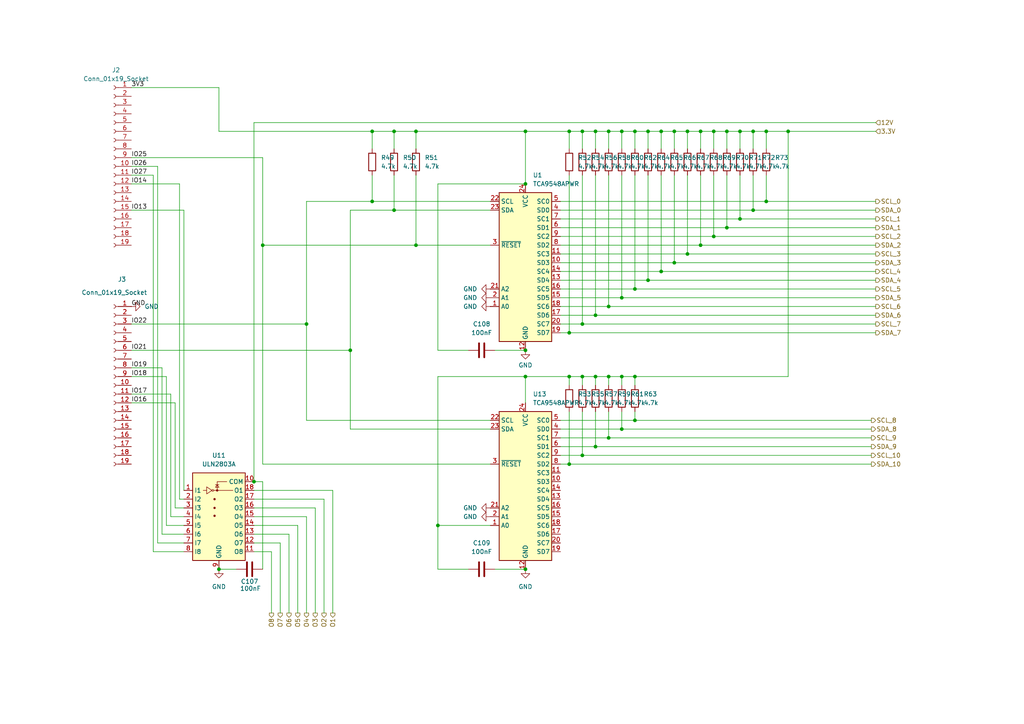
<source format=kicad_sch>
(kicad_sch (version 20250114) (generator "eeschema") (generator_version "9.0")
  (paper "A4")
  (lib_symbols
    (symbol "Connector:Conn_01x19_Socket" (pin_names (offset 1.016) (hide yes))
      (property "Reference" "J" (at 0 25.4 0))
      (property "Value" "Conn_01x19_Socket" (at 0 -25.4 0))
      (symbol "Conn_01x19_Socket_1_1"
        (polyline (pts (xy -1.27 22.86) (xy -0.508 22.86)) (stroke (width 0.1524)))
        (polyline (pts (xy -1.27 20.32) (xy -0.508 20.32)) (stroke (width 0.1524)))
        (polyline (pts (xy -1.27 17.78) (xy -0.508 17.78)) (stroke (width 0.1524)))
        (polyline (pts (xy -1.27 15.24) (xy -0.508 15.24)) (stroke (width 0.1524)))
        (polyline (pts (xy -1.27 12.7) (xy -0.508 12.7)) (stroke (width 0.1524)))
        (polyline (pts (xy -1.27 10.16) (xy -0.508 10.16)) (stroke (width 0.1524)))
        (polyline (pts (xy -1.27 7.62) (xy -0.508 7.62)) (stroke (width 0.1524)))
        (polyline (pts (xy -1.27 5.08) (xy -0.508 5.08)) (stroke (width 0.1524)))
        (polyline (pts (xy -1.27 2.54) (xy -0.508 2.54)) (stroke (width 0.1524)))
        (polyline (pts (xy -1.27 0) (xy -0.508 0)) (stroke (width 0.1524)))
        (polyline (pts (xy -1.27 -2.54) (xy -0.508 -2.54)) (stroke (width 0.1524)))
        (polyline (pts (xy -1.27 -5.08) (xy -0.508 -5.08)) (stroke (width 0.1524)))
        (polyline (pts (xy -1.27 -7.62) (xy -0.508 -7.62)) (stroke (width 0.1524)))
        (polyline (pts (xy -1.27 -10.16) (xy -0.508 -10.16)) (stroke (width 0.1524)))
        (polyline (pts (xy -1.27 -12.7) (xy -0.508 -12.7)) (stroke (width 0.1524)))
        (polyline (pts (xy -1.27 -15.24) (xy -0.508 -15.24)) (stroke (width 0.1524)))
        (polyline (pts (xy -1.27 -17.78) (xy -0.508 -17.78)) (stroke (width 0.1524)))
        (polyline (pts (xy -1.27 -20.32) (xy -0.508 -20.32)) (stroke (width 0.1524)))
        (polyline (pts (xy -1.27 -22.86) (xy -0.508 -22.86)) (stroke (width 0.1524)))
        (arc (start 0 22.352) (mid -0.5058 22.86) (end 0 23.368) (stroke (width 0.1524)))
        (arc (start 0 19.812) (mid -0.5058 20.32) (end 0 20.828) (stroke (width 0.1524)))
        (arc (start 0 17.272) (mid -0.5058 17.78) (end 0 18.288) (stroke (width 0.1524)))
        (arc (start 0 14.732) (mid -0.5058 15.24) (end 0 15.748) (stroke (width 0.1524)))
        (arc (start 0 12.192) (mid -0.5058 12.7) (end 0 13.208) (stroke (width 0.1524)))
        (arc (start 0 9.652) (mid -0.5058 10.16) (end 0 10.668) (stroke (width 0.1524)))
        (arc (start 0 7.112) (mid -0.5058 7.62) (end 0 8.128) (stroke (width 0.1524)))
        (arc (start 0 4.572) (mid -0.5058 5.08) (end 0 5.588) (stroke (width 0.1524)))
        (arc (start 0 2.032) (mid -0.5058 2.54) (end 0 3.048) (stroke (width 0.1524)))
        (arc (start 0 -0.508) (mid -0.5058 0) (end 0 0.508) (stroke (width 0.1524)))
        (arc (start 0 -3.048) (mid -0.5058 -2.54) (end 0 -2.032) (stroke (width 0.1524)))
        (arc (start 0 -5.588) (mid -0.5058 -5.08) (end 0 -4.572) (stroke (width 0.1524)))
        (arc (start 0 -8.128) (mid -0.5058 -7.62) (end 0 -7.112) (stroke (width 0.1524)))
        (arc (start 0 -10.668) (mid -0.5058 -10.16) (end 0 -9.652) (stroke (width 0.1524)))
        (arc (start 0 -13.208) (mid -0.5058 -12.7) (end 0 -12.192) (stroke (width 0.1524)))
        (arc (start 0 -15.748) (mid -0.5058 -15.24) (end 0 -14.732) (stroke (width 0.1524)))
        (arc (start 0 -18.288) (mid -0.5058 -17.78) (end 0 -17.272) (stroke (width 0.1524)))
        (arc (start 0 -20.828) (mid -0.5058 -20.32) (end 0 -19.812) (stroke (width 0.1524)))
        (arc (start 0 -23.368) (mid -0.5058 -22.86) (end 0 -22.352) (stroke (width 0.1524)))
        (pin passive line (at -5.08 22.86 0) (length 3.81) (name "Pin_1") (number "1"))
        (pin passive line (at -5.08 20.32 0) (length 3.81) (name "Pin_2") (number "2"))
        (pin passive line (at -5.08 17.78 0) (length 3.81) (name "Pin_3") (number "3"))
        (pin passive line (at -5.08 15.24 0) (length 3.81) (name "Pin_4") (number "4"))
        (pin passive line (at -5.08 12.7 0) (length 3.81) (name "Pin_5") (number "5"))
        (pin passive line (at -5.08 10.16 0) (length 3.81) (name "Pin_6") (number "6"))
        (pin passive line (at -5.08 7.62 0) (length 3.81) (name "Pin_7") (number "7"))
        (pin passive line (at -5.08 5.08 0) (length 3.81) (name "Pin_8") (number "8"))
        (pin passive line (at -5.08 2.54 0) (length 3.81) (name "Pin_9") (number "9"))
        (pin passive line (at -5.08 0 0) (length 3.81) (name "Pin_10") (number "10"))
        (pin passive line (at -5.08 -2.54 0) (length 3.81) (name "Pin_11") (number "11"))
        (pin passive line (at -5.08 -5.08 0) (length 3.81) (name "Pin_12") (number "12"))
        (pin passive line (at -5.08 -7.62 0) (length 3.81) (name "Pin_13") (number "13"))
        (pin passive line (at -5.08 -10.16 0) (length 3.81) (name "Pin_14") (number "14"))
        (pin passive line (at -5.08 -12.7 0) (length 3.81) (name "Pin_15") (number "15"))
        (pin passive line (at -5.08 -15.24 0) (length 3.81) (name "Pin_16") (number "16"))
        (pin passive line (at -5.08 -17.78 0) (length 3.81) (name "Pin_17") (number "17"))
        (pin passive line (at -5.08 -20.32 0) (length 3.81) (name "Pin_18") (number "18"))
        (pin passive line (at -5.08 -22.86 0) (length 3.81) (name "Pin_19") (number "19"))
      )
    )
    (symbol "Device:C" (pin_numbers (hide yes)) (pin_names (offset 0.254))
      (property "Reference" "C" (at 0.635 2.54 0))
      (property "Value" "C" (at 0.635 -2.54 0))
      (symbol "C_0_1"
        (polyline (pts (xy -2.032 0.762) (xy 2.032 0.762)) (stroke (width 0.508)))
        (polyline (pts (xy -2.032 -0.762) (xy 2.032 -0.762)) (stroke (width 0.508)))
      )
      (symbol "C_1_1"
        (pin passive line (at 0 3.81 270) (length 2.794) (name "~") (number "1"))
        (pin passive line (at 0 -3.81 90) (length 2.794) (name "~") (number "2"))
      )
    )
    (symbol "Device:R" (pin_numbers (hide yes)) (pin_names (offset 0))
      (property "Reference" "R" (at 2.032 0 90))
      (property "Value" "R" (at 0 0 90))
      (symbol "R_0_1"
        (rectangle (start -1.016 -2.54) (end 1.016 2.54) (stroke (width 0.254)))
      )
      (symbol "R_1_1"
        (pin passive line (at 0 3.81 270) (length 1.27) (name "~") (number "1"))
        (pin passive line (at 0 -3.81 90) (length 1.27) (name "~") (number "2"))
      )
    )
    (symbol "Interface_Expansion:TCA9548APWR"
      (property "Reference" "U" (at -7.62 21.59 0))
      (property "Value" "TCA9548APWR" (at 1.016 21.59 0))
      (symbol "TCA9548APWR_0_1"
        (rectangle (start -7.62 20.32) (end 7.62 -22.86) (stroke (width 0.254)) (fill (type background)))
      )
      (symbol "TCA9548APWR_1_1"
        (pin input line (at -10.16 17.78 0) (length 2.54) (name "SCL") (number "22"))
        (pin bidirectional line (at -10.16 15.24 0) (length 2.54) (name "SDA") (number "23"))
        (pin input line (at -10.16 5.08 0) (length 2.54) (name "~{RESET}") (number "3"))
        (pin input line (at -10.16 -7.62 0) (length 2.54) (name "A2") (number "21"))
        (pin input line (at -10.16 -10.16 0) (length 2.54) (name "A1") (number "2"))
        (pin input line (at -10.16 -12.7 0) (length 2.54) (name "A0") (number "1"))
        (pin power_in line (at 0 22.86 270) (length 2.54) (name "VCC") (number "24"))
        (pin power_in line (at 0 -25.4 90) (length 2.54) (name "GND") (number "12"))
        (pin output line (at 10.16 17.78 180) (length 2.54) (name "SC0") (number "5"))
        (pin bidirectional line (at 10.16 15.24 180) (length 2.54) (name "SD0") (number "4"))
        (pin output line (at 10.16 12.7 180) (length 2.54) (name "SC1") (number "7"))
        (pin bidirectional line (at 10.16 10.16 180) (length 2.54) (name "SD1") (number "6"))
        (pin output line (at 10.16 7.62 180) (length 2.54) (name "SC2") (number "9"))
        (pin bidirectional line (at 10.16 5.08 180) (length 2.54) (name "SD2") (number "8"))
        (pin output line (at 10.16 2.54 180) (length 2.54) (name "SC3") (number "11"))
        (pin bidirectional line (at 10.16 0 180) (length 2.54) (name "SD3") (number "10"))
        (pin output line (at 10.16 -2.54 180) (length 2.54) (name "SC4") (number "14"))
        (pin bidirectional line (at 10.16 -5.08 180) (length 2.54) (name "SD4") (number "13"))
        (pin output line (at 10.16 -7.62 180) (length 2.54) (name "SC5") (number "16"))
        (pin bidirectional line (at 10.16 -10.16 180) (length 2.54) (name "SD5") (number "15"))
        (pin output line (at 10.16 -12.7 180) (length 2.54) (name "SC6") (number "18"))
        (pin bidirectional line (at 10.16 -15.24 180) (length 2.54) (name "SD6") (number "17"))
        (pin output line (at 10.16 -17.78 180) (length 2.54) (name "SC7") (number "20"))
        (pin bidirectional line (at 10.16 -20.32 180) (length 2.54) (name "SD7") (number "19"))
      )
    )
    (symbol "Transistor_Array:ULN2803A"
      (property "Reference" "U" (at 0 13.335 0))
      (property "Value" "ULN2803A" (at 0 11.43 0))
      (symbol "ULN2803A_0_1"
        (rectangle (start -7.62 -15.24) (end 7.62 10.16) (stroke (width 0.254)) (fill (type background)))
        (polyline (pts (xy -4.572 5.08) (xy -3.556 5.08)))
        (polyline (pts (xy -3.556 6.096) (xy -3.556 4.064) (xy -2.032 5.08) (xy -3.556 6.096)))
        (circle (center -1.778 5.08) (radius 0.254))
        (polyline (pts (xy -1.524 5.08) (xy 4.064 5.08)))
        (circle (center -1.27 2.54) (radius 0.254) (fill (type outline)))
        (circle (center -1.27 0) (radius 0.254) (fill (type outline)))
        (circle (center -1.27 -2.286) (radius 0.254) (fill (type outline)))
        (circle (center -0.508 5.08) (radius 0.254) (fill (type outline)))
        (polyline (pts (xy -0.508 5.08) (xy -0.508 7.62) (xy 2.286 7.62)))
        (polyline (pts (xy 0 6.731) (xy -1.016 6.731)))
        (polyline (pts (xy 0 5.969) (xy -1.016 5.969) (xy -0.508 6.731) (xy 0 5.969)))
      )
      (symbol "ULN2803A_1_1"
        (pin input line (at -10.16 5.08 0) (length 2.54) (name "I1") (number "1"))
        (pin input line (at -10.16 2.54 0) (length 2.54) (name "I2") (number "2"))
        (pin input line (at -10.16 0 0) (length 2.54) (name "I3") (number "3"))
        (pin input line (at -10.16 -2.54 0) (length 2.54) (name "I4") (number "4"))
        (pin input line (at -10.16 -5.08 0) (length 2.54) (name "I5") (number "5"))
        (pin input line (at -10.16 -7.62 0) (length 2.54) (name "I6") (number "6"))
        (pin input line (at -10.16 -10.16 0) (length 2.54) (name "I7") (number "7"))
        (pin input line (at -10.16 -12.7 0) (length 2.54) (name "I8") (number "8"))
        (pin power_in line (at 0 -17.78 90) (length 2.54) (name "GND") (number "9"))
        (pin passive line (at 10.16 7.62 180) (length 2.54) (name "COM") (number "10"))
        (pin open_collector line (at 10.16 5.08 180) (length 2.54) (name "O1") (number "18"))
        (pin open_collector line (at 10.16 2.54 180) (length 2.54) (name "O2") (number "17"))
        (pin open_collector line (at 10.16 0 180) (length 2.54) (name "O3") (number "16"))
        (pin open_collector line (at 10.16 -2.54 180) (length 2.54) (name "O4") (number "15"))
        (pin open_collector line (at 10.16 -5.08 180) (length 2.54) (name "O5") (number "14"))
        (pin open_collector line (at 10.16 -7.62 180) (length 2.54) (name "O6") (number "13"))
        (pin open_collector line (at 10.16 -10.16 180) (length 2.54) (name "O7") (number "12"))
        (pin open_collector line (at 10.16 -12.7 180) (length 2.54) (name "O8") (number "11"))
      )
    )
    (symbol "power:GND" (power) (pin_numbers (hide yes)) (pin_names (offset 0) (hide yes))
      (property "Value" "GND" (at 0 -3.81 0))
      (symbol "GND_0_1"
        (polyline (pts (xy 0 0) (xy 0 -1.27) (xy 1.27 -1.27) (xy 0 -2.54) (xy -1.27 -1.27) (xy 0 -1.27)))
      )
      (symbol "GND_1_1"
        (pin power_in line (at 0 0 270) (length 0) (name "~") (number "1"))
      )
    )
  )
  (junction (at 184.15 121.92))
  (junction (at 218.44 38.1))
  (junction (at 165.1 96.52))
  (junction (at 114.3 38.1))
  (junction (at 191.77 38.1))
  (junction (at 180.34 86.36))
  (junction (at 187.96 38.1))
  (junction (at 63.5 165.1))
  (junction (at 107.95 38.1))
  (junction (at 176.53 109.22))
  (junction (at 168.91 93.98))
  (junction (at 165.1 134.62))
  (junction (at 152.4 109.22))
  (junction (at 207.01 38.1))
  (junction (at 176.53 38.1))
  (junction (at 107.95 58.42))
  (junction (at 203.2 71.12))
  (junction (at 168.91 132.08))
  (junction (at 152.4 101.6))
  (junction (at 172.72 109.22))
  (junction (at 195.58 38.1))
  (junction (at 168.91 38.1))
  (junction (at 120.65 38.1))
  (junction (at 152.4 53.34))
  (junction (at 176.53 88.9))
  (junction (at 127 152.4))
  (junction (at 199.39 38.1))
  (junction (at 101.6 101.6))
  (junction (at 214.63 38.1))
  (junction (at 165.1 38.1))
  (junction (at 120.65 71.12))
  (junction (at 228.6 38.1))
  (junction (at 184.15 83.82))
  (junction (at 165.1 109.22))
  (junction (at 191.77 78.74))
  (junction (at 207.01 68.58))
  (junction (at 172.72 38.1))
  (junction (at 210.82 66.04))
  (junction (at 222.25 58.42))
  (junction (at 180.34 109.22))
  (junction (at 73.66 139.7))
  (junction (at 187.96 81.28))
  (junction (at 195.58 76.2))
  (junction (at 180.34 38.1))
  (junction (at 76.2 71.12))
  (junction (at 168.91 109.22))
  (junction (at 172.72 129.54))
  (junction (at 180.34 124.46))
  (junction (at 218.44 60.96))
  (junction (at 152.4 38.1))
  (junction (at 184.15 109.22))
  (junction (at 199.39 73.66))
  (junction (at 172.72 91.44))
  (junction (at 210.82 38.1))
  (junction (at 214.63 63.5))
  (junction (at 203.2 38.1))
  (junction (at 222.25 38.1))
  (junction (at 114.3 60.96))
  (junction (at 176.53 127))
  (junction (at 152.4 165.1))
  (junction (at 184.15 38.1))
  (junction (at 88.9 93.98))
  (wire (pts (xy 46.99 154.94) (xy 53.34 154.94)))
  (wire (pts (xy 176.53 127) (xy 252.73 127)))
  (wire (pts (xy 162.56 73.66) (xy 199.39 73.66)))
  (wire (pts (xy 228.6 38.1) (xy 228.6 109.22)))
  (wire (pts (xy 152.4 109.22) (xy 165.1 109.22)))
  (wire (pts (xy 199.39 73.66) (xy 254 73.66)))
  (wire (pts (xy 86.36 152.4) (xy 86.36 177.8)))
  (wire (pts (xy 172.72 50.8) (xy 172.72 91.44)))
  (wire (pts (xy 88.9 121.92) (xy 142.24 121.92)))
  (wire (pts (xy 168.91 109.22) (xy 168.91 111.76)))
  (wire (pts (xy 168.91 119.38) (xy 168.91 132.08)))
  (wire (pts (xy 176.53 119.38) (xy 176.53 127)))
  (wire (pts (xy 73.66 149.86) (xy 88.9 149.86)))
  (wire (pts (xy 50.8 147.32) (xy 53.34 147.32)))
  (wire (pts (xy 63.5 38.1) (xy 63.5 25.4)))
  (wire (pts (xy 83.82 154.94) (xy 83.82 177.8)))
  (wire (pts (xy 176.53 88.9) (xy 254 88.9)))
  (wire (pts (xy 101.6 60.96) (xy 101.6 101.6)))
  (wire (pts (xy 45.72 48.26) (xy 45.72 157.48)))
  (wire (pts (xy 48.26 152.4) (xy 53.34 152.4)))
  (wire (pts (xy 195.58 38.1) (xy 199.39 38.1)))
  (wire (pts (xy 165.1 119.38) (xy 165.1 134.62)))
  (wire (pts (xy 114.3 50.8) (xy 114.3 60.96)))
  (wire (pts (xy 48.26 109.22) (xy 48.26 152.4)))
  (wire (pts (xy 73.66 160.02) (xy 78.74 160.02)))
  (wire (pts (xy 73.66 139.7) (xy 73.66 35.56)))
  (wire (pts (xy 203.2 50.8) (xy 203.2 71.12)))
  (wire (pts (xy 180.34 38.1) (xy 184.15 38.1)))
  (wire (pts (xy 135.89 101.6) (xy 127 101.6)))
  (wire (pts (xy 172.72 91.44) (xy 254 91.44)))
  (wire (pts (xy 184.15 109.22) (xy 184.15 111.76)))
  (wire (pts (xy 172.72 38.1) (xy 176.53 38.1)))
  (wire (pts (xy 195.58 38.1) (xy 195.58 43.18)))
  (wire (pts (xy 107.95 58.42) (xy 142.24 58.42)))
  (wire (pts (xy 165.1 38.1) (xy 168.91 38.1)))
  (wire (pts (xy 199.39 43.18) (xy 199.39 38.1)))
  (wire (pts (xy 88.9 93.98) (xy 88.9 58.42)))
  (wire (pts (xy 218.44 38.1) (xy 218.44 43.18)))
  (wire (pts (xy 127 165.1) (xy 127 152.4)))
  (wire (pts (xy 107.95 38.1) (xy 114.3 38.1)))
  (wire (pts (xy 162.56 76.2) (xy 195.58 76.2)))
  (wire (pts (xy 168.91 109.22) (xy 172.72 109.22)))
  (wire (pts (xy 88.9 121.92) (xy 88.9 93.98)))
  (wire (pts (xy 162.56 132.08) (xy 168.91 132.08)))
  (wire (pts (xy 165.1 134.62) (xy 252.73 134.62)))
  (wire (pts (xy 184.15 83.82) (xy 254 83.82)))
  (wire (pts (xy 93.98 144.78) (xy 93.98 177.8)))
  (wire (pts (xy 107.95 38.1) (xy 107.95 43.18)))
  (wire (pts (xy 162.56 91.44) (xy 172.72 91.44)))
  (wire (pts (xy 210.82 38.1) (xy 214.63 38.1)))
  (wire (pts (xy 176.53 50.8) (xy 176.53 88.9)))
  (wire (pts (xy 195.58 50.8) (xy 195.58 76.2)))
  (wire (pts (xy 168.91 50.8) (xy 168.91 93.98)))
  (wire (pts (xy 184.15 50.8) (xy 184.15 83.82)))
  (wire (pts (xy 184.15 121.92) (xy 252.73 121.92)))
  (wire (pts (xy 88.9 58.42) (xy 107.95 58.42)))
  (wire (pts (xy 152.4 109.22) (xy 152.4 116.84)))
  (wire (pts (xy 73.66 157.48) (xy 81.28 157.48)))
  (wire (pts (xy 222.25 38.1) (xy 228.6 38.1)))
  (wire (pts (xy 120.65 50.8) (xy 120.65 71.12)))
  (wire (pts (xy 63.5 165.1) (xy 68.58 165.1)))
  (wire (pts (xy 210.82 50.8) (xy 210.82 66.04)))
  (wire (pts (xy 162.56 129.54) (xy 172.72 129.54)))
  (wire (pts (xy 207.01 38.1) (xy 210.82 38.1)))
  (wire (pts (xy 162.56 83.82) (xy 184.15 83.82)))
  (wire (pts (xy 168.91 132.08) (xy 252.73 132.08)))
  (wire (pts (xy 91.44 147.32) (xy 91.44 177.8)))
  (wire (pts (xy 96.52 142.24) (xy 96.52 177.8)))
  (wire (pts (xy 187.96 81.28) (xy 254 81.28)))
  (wire (pts (xy 168.91 43.18) (xy 168.91 38.1)))
  (wire (pts (xy 50.8 116.84) (xy 50.8 147.32)))
  (wire (pts (xy 88.9 149.86) (xy 88.9 177.8)))
  (wire (pts (xy 44.45 50.8) (xy 44.45 160.02)))
  (wire (pts (xy 172.72 109.22) (xy 176.53 109.22)))
  (wire (pts (xy 162.56 127) (xy 176.53 127)))
  (wire (pts (xy 214.63 50.8) (xy 214.63 63.5)))
  (wire (pts (xy 38.1 116.84) (xy 50.8 116.84)))
  (wire (pts (xy 73.66 154.94) (xy 83.82 154.94)))
  (wire (pts (xy 63.5 38.1) (xy 107.95 38.1)))
  (wire (pts (xy 203.2 38.1) (xy 207.01 38.1)))
  (wire (pts (xy 101.6 124.46) (xy 101.6 101.6)))
  (wire (pts (xy 218.44 38.1) (xy 222.25 38.1)))
  (wire (pts (xy 38.1 106.68) (xy 46.99 106.68)))
  (wire (pts (xy 38.1 93.98) (xy 88.9 93.98)))
  (wire (pts (xy 162.56 121.92) (xy 184.15 121.92)))
  (wire (pts (xy 53.34 60.96) (xy 53.34 142.24)))
  (wire (pts (xy 162.56 81.28) (xy 187.96 81.28)))
  (wire (pts (xy 184.15 119.38) (xy 184.15 121.92)))
  (wire (pts (xy 120.65 38.1) (xy 120.65 43.18)))
  (wire (pts (xy 38.1 101.6) (xy 101.6 101.6)))
  (wire (pts (xy 176.53 109.22) (xy 180.34 109.22)))
  (wire (pts (xy 187.96 38.1) (xy 191.77 38.1)))
  (wire (pts (xy 168.91 38.1) (xy 172.72 38.1)))
  (wire (pts (xy 143.51 101.6) (xy 152.4 101.6)))
  (wire (pts (xy 45.72 157.48) (xy 53.34 157.48)))
  (wire (pts (xy 162.56 66.04) (xy 210.82 66.04)))
  (wire (pts (xy 44.45 160.02) (xy 53.34 160.02)))
  (wire (pts (xy 135.89 165.1) (xy 127 165.1)))
  (wire (pts (xy 214.63 63.5) (xy 254 63.5)))
  (wire (pts (xy 78.74 160.02) (xy 78.74 177.8)))
  (wire (pts (xy 38.1 114.3) (xy 49.53 114.3)))
  (wire (pts (xy 127 152.4) (xy 142.24 152.4)))
  (wire (pts (xy 184.15 109.22) (xy 228.6 109.22)))
  (wire (pts (xy 76.2 71.12) (xy 120.65 71.12)))
  (wire (pts (xy 76.2 134.62) (xy 142.24 134.62)))
  (wire (pts (xy 162.56 58.42) (xy 222.25 58.42)))
  (wire (pts (xy 81.28 157.48) (xy 81.28 177.8)))
  (wire (pts (xy 165.1 38.1) (xy 165.1 43.18)))
  (wire (pts (xy 162.56 96.52) (xy 165.1 96.52)))
  (wire (pts (xy 120.65 71.12) (xy 142.24 71.12)))
  (wire (pts (xy 207.01 68.58) (xy 254 68.58)))
  (wire (pts (xy 222.25 43.18) (xy 222.25 38.1)))
  (wire (pts (xy 176.53 109.22) (xy 176.53 111.76)))
  (wire (pts (xy 168.91 93.98) (xy 254 93.98)))
  (wire (pts (xy 162.56 78.74) (xy 191.77 78.74)))
  (wire (pts (xy 176.53 43.18) (xy 176.53 38.1)))
  (wire (pts (xy 162.56 93.98) (xy 168.91 93.98)))
  (wire (pts (xy 214.63 38.1) (xy 218.44 38.1)))
  (wire (pts (xy 73.66 142.24) (xy 96.52 142.24)))
  (wire (pts (xy 199.39 50.8) (xy 199.39 73.66)))
  (wire (pts (xy 49.53 114.3) (xy 49.53 149.86)))
  (wire (pts (xy 162.56 63.5) (xy 214.63 63.5)))
  (wire (pts (xy 180.34 50.8) (xy 180.34 86.36)))
  (wire (pts (xy 218.44 50.8) (xy 218.44 60.96)))
  (wire (pts (xy 222.25 58.42) (xy 222.25 50.8)))
  (wire (pts (xy 49.53 149.86) (xy 53.34 149.86)))
  (wire (pts (xy 46.99 106.68) (xy 46.99 154.94)))
  (wire (pts (xy 107.95 50.8) (xy 107.95 58.42)))
  (wire (pts (xy 76.2 71.12) (xy 76.2 134.62)))
  (wire (pts (xy 127 101.6) (xy 127 53.34)))
  (wire (pts (xy 38.1 53.34) (xy 52.07 53.34)))
  (wire (pts (xy 152.4 38.1) (xy 152.4 53.34)))
  (wire (pts (xy 228.6 38.1) (xy 254 38.1)))
  (wire (pts (xy 165.1 109.22) (xy 168.91 109.22)))
  (wire (pts (xy 63.5 25.4) (xy 38.1 25.4)))
  (wire (pts (xy 165.1 96.52) (xy 254 96.52)))
  (wire (pts (xy 172.72 109.22) (xy 172.72 111.76)))
  (wire (pts (xy 165.1 50.8) (xy 165.1 96.52)))
  (wire (pts (xy 52.07 53.34) (xy 52.07 144.78)))
  (wire (pts (xy 162.56 68.58) (xy 207.01 68.58)))
  (wire (pts (xy 210.82 66.04) (xy 254 66.04)))
  (wire (pts (xy 162.56 86.36) (xy 180.34 86.36)))
  (wire (pts (xy 187.96 43.18) (xy 187.96 38.1)))
  (wire (pts (xy 191.77 38.1) (xy 195.58 38.1)))
  (wire (pts (xy 199.39 38.1) (xy 203.2 38.1)))
  (wire (pts (xy 114.3 38.1) (xy 114.3 43.18)))
  (wire (pts (xy 162.56 60.96) (xy 218.44 60.96)))
  (wire (pts (xy 222.25 58.42) (xy 254 58.42)))
  (wire (pts (xy 165.1 109.22) (xy 165.1 111.76)))
  (wire (pts (xy 73.66 144.78) (xy 93.98 144.78)))
  (wire (pts (xy 191.77 78.74) (xy 254 78.74)))
  (wire (pts (xy 38.1 109.22) (xy 48.26 109.22)))
  (wire (pts (xy 172.72 129.54) (xy 252.73 129.54)))
  (wire (pts (xy 180.34 124.46) (xy 252.73 124.46)))
  (wire (pts (xy 195.58 76.2) (xy 254 76.2)))
  (wire (pts (xy 73.66 152.4) (xy 86.36 152.4)))
  (wire (pts (xy 180.34 119.38) (xy 180.34 124.46)))
  (wire (pts (xy 184.15 43.18) (xy 184.15 38.1)))
  (wire (pts (xy 210.82 38.1) (xy 210.82 43.18)))
  (wire (pts (xy 127 109.22) (xy 152.4 109.22)))
  (wire (pts (xy 191.77 43.18) (xy 191.77 38.1)))
  (wire (pts (xy 184.15 38.1) (xy 187.96 38.1)))
  (wire (pts (xy 162.56 88.9) (xy 176.53 88.9)))
  (wire (pts (xy 152.4 38.1) (xy 165.1 38.1)))
  (wire (pts (xy 52.07 144.78) (xy 53.34 144.78)))
  (wire (pts (xy 180.34 109.22) (xy 180.34 111.76)))
  (wire (pts (xy 143.51 165.1) (xy 152.4 165.1)))
  (wire (pts (xy 162.56 71.12) (xy 203.2 71.12)))
  (wire (pts (xy 38.1 60.96) (xy 53.34 60.96)))
  (wire (pts (xy 114.3 60.96) (xy 142.24 60.96)))
  (wire (pts (xy 101.6 60.96) (xy 114.3 60.96)))
  (wire (pts (xy 162.56 134.62) (xy 165.1 134.62)))
  (wire (pts (xy 76.2 139.7) (xy 73.66 139.7)))
  (wire (pts (xy 180.34 38.1) (xy 180.34 43.18)))
  (wire (pts (xy 176.53 38.1) (xy 180.34 38.1)))
  (wire (pts (xy 172.72 119.38) (xy 172.72 129.54)))
  (wire (pts (xy 127 109.22) (xy 127 152.4)))
  (wire (pts (xy 172.72 38.1) (xy 172.72 43.18)))
  (wire (pts (xy 73.66 35.56) (xy 254 35.56)))
  (wire (pts (xy 162.56 124.46) (xy 180.34 124.46)))
  (wire (pts (xy 76.2 71.12) (xy 76.2 45.72)))
  (wire (pts (xy 180.34 109.22) (xy 184.15 109.22)))
  (wire (pts (xy 214.63 43.18) (xy 214.63 38.1)))
  (wire (pts (xy 180.34 86.36) (xy 254 86.36)))
  (wire (pts (xy 207.01 50.8) (xy 207.01 68.58)))
  (wire (pts (xy 203.2 71.12) (xy 254 71.12)))
  (wire (pts (xy 76.2 45.72) (xy 38.1 45.72)))
  (wire (pts (xy 127 53.34) (xy 152.4 53.34)))
  (wire (pts (xy 207.01 43.18) (xy 207.01 38.1)))
  (wire (pts (xy 76.2 165.1) (xy 76.2 139.7)))
  (wire (pts (xy 73.66 147.32) (xy 91.44 147.32)))
  (wire (pts (xy 191.77 50.8) (xy 191.77 78.74)))
  (wire (pts (xy 218.44 60.96) (xy 254 60.96)))
  (wire (pts (xy 114.3 38.1) (xy 120.65 38.1)))
  (wire (pts (xy 120.65 38.1) (xy 152.4 38.1)))
  (wire (pts (xy 187.96 50.8) (xy 187.96 81.28)))
  (wire (pts (xy 101.6 124.46) (xy 142.24 124.46)))
  (wire (pts (xy 38.1 50.8) (xy 44.45 50.8)))
  (wire (pts (xy 203.2 38.1) (xy 203.2 43.18)))
  (wire (pts (xy 38.1 48.26) (xy 45.72 48.26)))
  (label "IO14" (at 38.1 53.34 0))
  (label "IO27" (at 38.1 50.8 0))
  (label "IO13" (at 38.1 60.96 0))
  (label "IO26" (at 38.1 48.26 0))
  (label "IO17" (at 38.1 114.3 0))
  (label "IO18" (at 38.1 109.22 0))
  (label "IO16" (at 38.1 116.84 0))
  (label "IO19" (at 38.1 106.68 0))
  (label "GND" (at 38.1 88.9 0))
  (label "IO21" (at 38.1 101.6 0))
  (label "IO22" (at 38.1 93.98 0))
  (label "3V3" (at 38.1 25.4 0))
  (label "IO25" (at 38.1 45.72 0))
  (hierarchical_label "3.3V" (shape input) (at 254 38.1 0))
  (hierarchical_label "SDA_5" (shape output) (at 254 86.36 0))
  (hierarchical_label "SDA_6" (shape output) (at 254 91.44 0))
  (hierarchical_label "SDA_7" (shape output) (at 254 96.52 0))
  (hierarchical_label "SCL_6" (shape output) (at 254 88.9 0))
  (hierarchical_label "SCL_7" (shape output) (at 254 93.98 0))
  (hierarchical_label "SDA_4" (shape output) (at 254 81.28 0))
  (hierarchical_label "SCL_5" (shape output) (at 254 83.82 0))
  (hierarchical_label "SCL_4" (shape output) (at 254 78.74 0))
  (hierarchical_label "SDA_10" (shape output) (at 252.73 134.62 0))
  (hierarchical_label "SCL_8" (shape output) (at 252.73 121.92 0))
  (hierarchical_label "SCL_10" (shape output) (at 252.73 132.08 0))
  (hierarchical_label "SDA_8" (shape output) (at 252.73 124.46 0))
  (hierarchical_label "SCL_9" (shape output) (at 252.73 127 0))
  (hierarchical_label "SDA_9" (shape output) (at 252.73 129.54 0))
  (hierarchical_label "12V" (shape input) (at 254 35.56 0))
  (hierarchical_label "O8" (shape output) (at 78.74 177.8 270))
  (hierarchical_label "O7" (shape output) (at 81.28 177.8 270))
  (hierarchical_label "O6" (shape output) (at 83.82 177.8 270))
  (hierarchical_label "O5" (shape output) (at 86.36 177.8 270))
  (hierarchical_label "O3" (shape output) (at 91.44 177.8 270))
  (hierarchical_label "O4" (shape output) (at 88.9 177.8 270))
  (hierarchical_label "O2" (shape output) (at 93.98 177.8 270))
  (hierarchical_label "O1" (shape output) (at 96.52 177.8 270))
  (hierarchical_label "SCL_1" (shape output) (at 254 63.5 0))
  (hierarchical_label "SCL_0" (shape output) (at 254 58.42 0))
  (hierarchical_label "SDA_0" (shape output) (at 254 60.96 0))
  (hierarchical_label "SCL_2" (shape output) (at 254 68.58 0))
  (hierarchical_label "SDA_1" (shape output) (at 254 66.04 0))
  (hierarchical_label "SCL_3" (shape output) (at 254 73.66 0))
  (hierarchical_label "SDA_2" (shape output) (at 254 71.12 0))
  (hierarchical_label "SDA_3" (shape output) (at 254 76.2 0))
  (symbol (lib_id "Device:R") (at 199.39 46.99 0) (unit 1)
    (property "Reference" "R67" (at 201.93 45.7199 0) (effects (justify left)))
    (property "Value" "4.7k" (at 201.93 48.2599 0) (effects (justify left)))
    (property "Footprint" "Resistor_SMD:R_0805_2012Metric" (effects (hide yes)))
    (property "Description" "Resistor" (effects (hide yes)))
  )
  (symbol (lib_id "power:GND") (at 142.24 149.86 270) (unit 1)
    (property "Reference" "#PWR0176" (effects (hide yes)))
    (property "Value" "GND" (at 138.43 149.8599 90) (effects (justify right)))
    (property "Description" "Power symbol creates a global label with name \"GND\" , ground" (effects (hide yes)))
  )
  (symbol (lib_id "Device:R") (at 184.15 115.57 0) (unit 1)
    (property "Reference" "R63" (at 186.69 114.2999 0) (effects (justify left)))
    (property "Value" "4.7k" (at 186.69 116.8399 0) (effects (justify left)))
    (property "Footprint" "Resistor_SMD:R_0805_2012Metric" (effects (hide yes)))
    (property "Description" "Resistor" (effects (hide yes)))
  )
  (symbol (lib_id "power:GND") (at 152.4 101.6 0) (unit 1)
    (property "Reference" "#PWR0177" (effects (hide yes)))
    (property "Value" "GND" (at 152.4 105.918 0))
    (property "Description" "Power symbol creates a global label with name \"GND\" , ground" (effects (hide yes)))
  )
  (symbol (lib_id "Device:R") (at 176.53 115.57 0) (unit 1)
    (property "Reference" "R59" (at 179.07 114.2999 0) (effects (justify left)))
    (property "Value" "4.7k" (at 179.07 116.8399 0) (effects (justify left)))
    (property "Footprint" "Resistor_SMD:R_0805_2012Metric" (effects (hide yes)))
    (property "Description" "Resistor" (effects (hide yes)))
  )
  (symbol (lib_id "Device:R") (at 168.91 46.99 0) (unit 1)
    (property "Reference" "R54" (at 171.45 45.7199 0) (effects (justify left)))
    (property "Value" "4.7k" (at 171.45 48.2599 0) (effects (justify left)))
    (property "Footprint" "Resistor_SMD:R_0805_2012Metric" (effects (hide yes)))
    (property "Description" "Resistor" (effects (hide yes)))
  )
  (symbol (lib_id "Interface_Expansion:TCA9548APWR") (at 152.4 76.2 0) (unit 1)
    (property "Reference" "U1" (at 154.5433 50.8 0) (effects (justify left)))
    (property "Value" "TCA9548APWR" (at 154.5433 53.34 0) (effects (justify left)))
    (property "Footprint" "Package_SO:TSSOP-24_4.4x7.8mm_P0.65mm" (effects (hide yes)))
    (property "Datasheet" "http://www.ti.com/lit/ds/symlink/tca9548a.pdf" (effects (hide yes)))
    (property "Description" "Low voltage 8-channel I2C switch with reset, TSSOP-24" (effects (hide yes)))
  )
  (symbol (lib_id "Device:R") (at 214.63 46.99 0) (unit 1)
    (property "Reference" "R71" (at 217.17 45.7199 0) (effects (justify left)))
    (property "Value" "4.7k" (at 217.17 48.2599 0) (effects (justify left)))
    (property "Footprint" "Resistor_SMD:R_0805_2012Metric" (effects (hide yes)))
    (property "Description" "Resistor" (effects (hide yes)))
  )
  (symbol (lib_id "Device:R") (at 165.1 46.99 0) (unit 1)
    (property "Reference" "R52" (at 167.64 45.7199 0) (effects (justify left)))
    (property "Value" "4.7k" (at 167.64 48.2599 0) (effects (justify left)))
    (property "Footprint" "Resistor_SMD:R_0805_2012Metric" (effects (hide yes)))
    (property "Description" "Resistor" (effects (hide yes)))
  )
  (symbol (lib_id "Device:R") (at 184.15 46.99 0) (unit 1)
    (property "Reference" "R62" (at 186.69 45.7199 0) (effects (justify left)))
    (property "Value" "4.7k" (at 186.69 48.2599 0) (effects (justify left)))
    (property "Footprint" "Resistor_SMD:R_0805_2012Metric" (effects (hide yes)))
    (property "Description" "Resistor" (effects (hide yes)))
  )
  (symbol (lib_id "Device:R") (at 172.72 115.57 0) (unit 1)
    (property "Reference" "R57" (at 175.26 114.2999 0) (effects (justify left)))
    (property "Value" "4.7k" (at 175.26 116.8399 0) (effects (justify left)))
    (property "Footprint" "Resistor_SMD:R_0805_2012Metric" (effects (hide yes)))
    (property "Description" "Resistor" (effects (hide yes)))
  )
  (symbol (lib_id "Device:R") (at 165.1 115.57 0) (unit 1)
    (property "Reference" "R53" (at 167.64 114.2999 0) (effects (justify left)))
    (property "Value" "4.7k" (at 167.64 116.8399 0) (effects (justify left)))
    (property "Footprint" "Resistor_SMD:R_0805_2012Metric" (effects (hide yes)))
    (property "Description" "Resistor" (effects (hide yes)))
  )
  (symbol (lib_id "Connector:Conn_01x19_Socket") (at 33.02 111.76 0) (mirror y) (unit 1)
    (property "Reference" "J3" (at 36.576 81.026 0) (effects (justify left)))
    (property "Value" "Conn_01x19_Socket" (at 42.672 84.836 0) (effects (justify left)))
    (property "Footprint" "Connector_PinHeader_2.54mm:PinHeader_1x19_P2.54mm_Vertical" (effects (hide yes)))
    (property "Description" "Generic connector, single row, 01x19, script generated" (effects (hide yes)))
  )
  (symbol (lib_id "Device:C") (at 139.7 101.6 90) (unit 1)
    (property "Reference" "C108" (at 139.7 93.98 90))
    (property "Value" "100nF" (at 139.7 96.52 90))
    (property "Footprint" "Capacitor_SMD:C_0805_2012Metric" (effects (hide yes)))
    (property "Description" "Unpolarized capacitor" (effects (hide yes)))
  )
  (symbol (lib_id "Device:R") (at 168.91 115.57 0) (unit 1)
    (property "Reference" "R55" (at 171.45 114.2999 0) (effects (justify left)))
    (property "Value" "4.7k" (at 171.45 116.8399 0) (effects (justify left)))
    (property "Footprint" "Resistor_SMD:R_0805_2012Metric" (effects (hide yes)))
    (property "Description" "Resistor" (effects (hide yes)))
  )
  (symbol (lib_id "Transistor_Array:ULN2803A") (at 63.5 147.32 0) (unit 1)
    (property "Reference" "U11" (at 63.5 132.08 0))
    (property "Value" "ULN2803A" (at 63.5 134.62 0))
    (property "Footprint" "Package_SO:SOIC-18W_7.5x11.6mm_P1.27mm" (effects (hide yes)))
    (property "Datasheet" "http://www.ti.com/lit/ds/symlink/uln2803a.pdf" (effects (hide yes)))
    (property "Description" "Darlington Transistor Arrays, SOIC18/DIP18" (effects (hide yes)))
  )
  (symbol (lib_id "power:GND") (at 152.4 165.1 0) (unit 1)
    (property "Reference" "#PWR0178" (effects (hide yes)))
    (property "Value" "GND" (at 152.4 170.18 0))
    (property "Description" "Power symbol creates a global label with name \"GND\" , ground" (effects (hide yes)))
  )
  (symbol (lib_id "Device:R") (at 114.3 46.99 0) (unit 1)
    (property "Reference" "R50" (at 116.84 45.7199 0) (effects (justify left)))
    (property "Value" "4.7k" (at 116.84 48.2599 0) (effects (justify left)))
    (property "Footprint" "Resistor_SMD:R_0805_2012Metric" (effects (hide yes)))
    (property "Description" "Resistor" (effects (hide yes)))
  )
  (symbol (lib_id "Device:R") (at 187.96 46.99 0) (unit 1)
    (property "Reference" "R64" (at 190.5 45.7199 0) (effects (justify left)))
    (property "Value" "4.7k" (at 190.5 48.2599 0) (effects (justify left)))
    (property "Footprint" "Resistor_SMD:R_0805_2012Metric" (effects (hide yes)))
    (property "Description" "Resistor" (effects (hide yes)))
  )
  (symbol (lib_id "power:GND") (at 142.24 86.36 270) (unit 1)
    (property "Reference" "#PWR0173" (effects (hide yes)))
    (property "Value" "GND" (at 138.43 86.3599 90) (effects (justify right)))
    (property "Description" "Power symbol creates a global label with name \"GND\" , ground" (effects (hide yes)))
  )
  (symbol (lib_id "Device:R") (at 176.53 46.99 0) (unit 1)
    (property "Reference" "R58" (at 179.07 45.7199 0) (effects (justify left)))
    (property "Value" "4.7k" (at 179.07 48.2599 0) (effects (justify left)))
    (property "Footprint" "Resistor_SMD:R_0805_2012Metric" (effects (hide yes)))
    (property "Description" "Resistor" (effects (hide yes)))
  )
  (symbol (lib_id "Device:R") (at 210.82 46.99 0) (unit 1)
    (property "Reference" "R70" (at 213.36 45.7199 0) (effects (justify left)))
    (property "Value" "4.7k" (at 213.36 48.2599 0) (effects (justify left)))
    (property "Footprint" "Resistor_SMD:R_0805_2012Metric" (effects (hide yes)))
    (property "Description" "Resistor" (effects (hide yes)))
  )
  (symbol (lib_id "Device:R") (at 195.58 46.99 0) (unit 1)
    (property "Reference" "R66" (at 198.12 45.7199 0) (effects (justify left)))
    (property "Value" "4.7k" (at 198.12 48.2599 0) (effects (justify left)))
    (property "Footprint" "Resistor_SMD:R_0805_2012Metric" (effects (hide yes)))
    (property "Description" "Resistor" (effects (hide yes)))
  )
  (symbol (lib_id "Device:R") (at 107.95 46.99 0) (unit 1)
    (property "Reference" "R49" (at 110.49 45.7199 0) (effects (justify left)))
    (property "Value" "4.7k" (at 110.49 48.2599 0) (effects (justify left)))
    (property "Footprint" "Resistor_SMD:R_0805_2012Metric" (effects (hide yes)))
    (property "Description" "Resistor" (effects (hide yes)))
  )
  (symbol (lib_id "power:GND") (at 38.1 88.9 90) (unit 1)
    (property "Reference" "#PWR0170" (effects (hide yes)))
    (property "Value" "GND" (at 41.91 88.8999 90) (effects (justify right)))
    (property "Description" "Power symbol creates a global label with name \"GND\" , ground" (effects (hide yes)))
  )
  (symbol (lib_id "Device:R") (at 218.44 46.99 0) (unit 1)
    (property "Reference" "R72" (at 220.98 45.7199 0) (effects (justify left)))
    (property "Value" "4.7k" (at 220.98 48.2599 0) (effects (justify left)))
    (property "Footprint" "Resistor_SMD:R_0805_2012Metric" (effects (hide yes)))
    (property "Description" "Resistor" (effects (hide yes)))
  )
  (symbol (lib_id "Interface_Expansion:TCA9548APWR") (at 152.4 139.7 0) (unit 1)
    (property "Reference" "U13" (at 154.5433 114.3 0) (effects (justify left)))
    (property "Value" "TCA9548APWR" (at 154.5433 116.84 0) (effects (justify left)))
    (property "Footprint" "Package_SO:TSSOP-24_4.4x7.8mm_P0.65mm" (effects (hide yes)))
    (property "Datasheet" "http://www.ti.com/lit/ds/symlink/tca9548a.pdf" (effects (hide yes)))
    (property "Description" "Low voltage 8-channel I2C switch with reset, TSSOP-24" (effects (hide yes)))
  )
  (symbol (lib_id "Device:R") (at 172.72 46.99 0) (unit 1)
    (property "Reference" "R56" (at 175.26 45.7199 0) (effects (justify left)))
    (property "Value" "4.7k" (at 175.26 48.2599 0) (effects (justify left)))
    (property "Footprint" "Resistor_SMD:R_0805_2012Metric" (effects (hide yes)))
    (property "Description" "Resistor" (effects (hide yes)))
  )
  (symbol (lib_id "power:GND") (at 142.24 83.82 270) (unit 1)
    (property "Reference" "#PWR0172" (effects (hide yes)))
    (property "Value" "GND" (at 138.43 83.8199 90) (effects (justify right)))
    (property "Description" "Power symbol creates a global label with name \"GND\" , ground" (effects (hide yes)))
  )
  (symbol (lib_id "Device:R") (at 207.01 46.99 0) (unit 1)
    (property "Reference" "R69" (at 209.55 45.7199 0) (effects (justify left)))
    (property "Value" "4.7k" (at 209.55 48.2599 0) (effects (justify left)))
    (property "Footprint" "Resistor_SMD:R_0805_2012Metric" (effects (hide yes)))
    (property "Description" "Resistor" (effects (hide yes)))
  )
  (symbol (lib_id "Device:R") (at 203.2 46.99 0) (unit 1)
    (property "Reference" "R68" (at 205.74 45.7199 0) (effects (justify left)))
    (property "Value" "4.7k" (at 205.74 48.2599 0) (effects (justify left)))
    (property "Footprint" "Resistor_SMD:R_0805_2012Metric" (effects (hide yes)))
    (property "Description" "Resistor" (effects (hide yes)))
  )
  (symbol (lib_id "power:GND") (at 142.24 88.9 270) (unit 1)
    (property "Reference" "#PWR0174" (effects (hide yes)))
    (property "Value" "GND" (at 138.43 88.8999 90) (effects (justify right)))
    (property "Description" "Power symbol creates a global label with name \"GND\" , ground" (effects (hide yes)))
  )
  (symbol (lib_id "Device:C") (at 72.39 165.1 90) (unit 1)
    (property "Reference" "C107" (at 72.39 168.656 90))
    (property "Value" "100nF" (at 72.644 170.688 90))
    (property "Footprint" "Capacitor_SMD:C_0805_2012Metric" (effects (hide yes)))
    (property "Description" "Unpolarized capacitor" (effects (hide yes)))
  )
  (symbol (lib_id "Device:R") (at 180.34 115.57 0) (unit 1)
    (property "Reference" "R61" (at 182.88 114.2999 0) (effects (justify left)))
    (property "Value" "4.7k" (at 182.88 116.8399 0) (effects (justify left)))
    (property "Footprint" "Resistor_SMD:R_0805_2012Metric" (effects (hide yes)))
    (property "Description" "Resistor" (effects (hide yes)))
  )
  (symbol (lib_id "Device:R") (at 120.65 46.99 0) (unit 1)
    (property "Reference" "R51" (at 123.19 45.7199 0) (effects (justify left)))
    (property "Value" "4.7k" (at 123.19 48.2599 0) (effects (justify left)))
    (property "Footprint" "Resistor_SMD:R_0805_2012Metric" (effects (hide yes)))
    (property "Description" "Resistor" (effects (hide yes)))
  )
  (symbol (lib_id "Connector:Conn_01x19_Socket") (at 33.02 48.26 0) (mirror y) (unit 1)
    (property "Reference" "J2" (at 33.655 20.32 0))
    (property "Value" "Conn_01x19_Socket" (at 33.655 22.86 0))
    (property "Footprint" "Connector_PinHeader_2.54mm:PinHeader_1x19_P2.54mm_Vertical" (effects (hide yes)))
    (property "Description" "Generic connector, single row, 01x19, script generated" (effects (hide yes)))
  )
  (symbol (lib_id "power:GND") (at 142.24 147.32 270) (unit 1)
    (property "Reference" "#PWR0175" (effects (hide yes)))
    (property "Value" "GND" (at 138.43 147.3199 90) (effects (justify right)))
    (property "Description" "Power symbol creates a global label with name \"GND\" , ground" (effects (hide yes)))
  )
  (symbol (lib_id "Device:R") (at 222.25 46.99 0) (unit 1)
    (property "Reference" "R73" (at 224.79 45.7199 0) (effects (justify left)))
    (property "Value" "4.7k" (at 224.79 48.2599 0) (effects (justify left)))
    (property "Footprint" "Resistor_SMD:R_0805_2012Metric" (effects (hide yes)))
    (property "Description" "Resistor" (effects (hide yes)))
  )
  (symbol (lib_id "power:GND") (at 63.5 165.1 0) (unit 1)
    (property "Reference" "#PWR0171" (effects (hide yes)))
    (property "Value" "GND" (at 63.5 170.18 0))
    (property "Description" "Power symbol creates a global label with name \"GND\" , ground" (effects (hide yes)))
  )
  (symbol (lib_id "Device:C") (at 139.7 165.1 90) (unit 1)
    (property "Reference" "C109" (at 139.7 157.48 90))
    (property "Value" "100nF" (at 139.7 160.02 90))
    (property "Footprint" "Capacitor_SMD:C_0805_2012Metric" (effects (hide yes)))
    (property "Description" "Unpolarized capacitor" (effects (hide yes)))
  )
  (symbol (lib_id "Device:R") (at 180.34 46.99 0) (unit 1)
    (property "Reference" "R60" (at 182.88 45.7199 0) (effects (justify left)))
    (property "Value" "4.7k" (at 182.88 48.2599 0) (effects (justify left)))
    (property "Footprint" "Resistor_SMD:R_0805_2012Metric" (effects (hide yes)))
    (property "Description" "Resistor" (effects (hide yes)))
  )
  (symbol (lib_id "Device:R") (at 191.77 46.99 0) (unit 1)
    (property "Reference" "R65" (at 194.31 45.7199 0) (effects (justify left)))
    (property "Value" "4.7k" (at 194.31 48.2599 0) (effects (justify left)))
    (property "Footprint" "Resistor_SMD:R_0805_2012Metric" (effects (hide yes)))
    (property "Description" "Resistor" (effects (hide yes)))
  )
)
</source>
